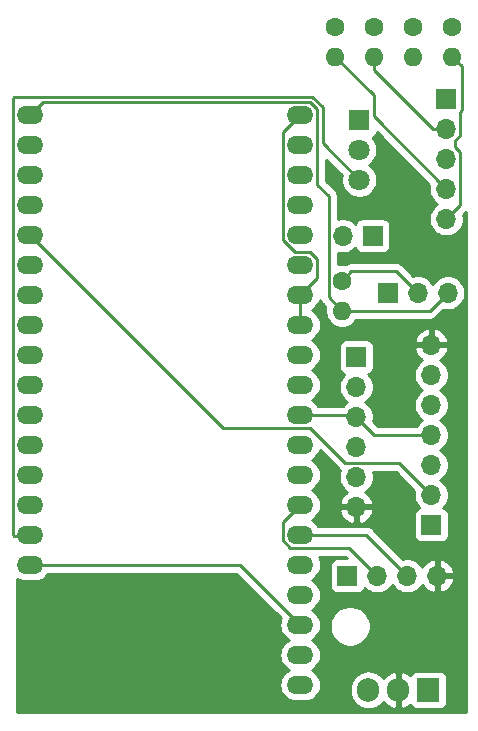
<source format=gbr>
G04 #@! TF.GenerationSoftware,KiCad,Pcbnew,(5.1.8-0-10_14)*
G04 #@! TF.CreationDate,2021-01-25T13:15:20+01:00*
G04 #@! TF.ProjectId,GpsRouteTracker,47707352-6f75-4746-9554-7261636b6572,2.0.0*
G04 #@! TF.SameCoordinates,Original*
G04 #@! TF.FileFunction,Copper,L2,Bot*
G04 #@! TF.FilePolarity,Positive*
%FSLAX46Y46*%
G04 Gerber Fmt 4.6, Leading zero omitted, Abs format (unit mm)*
G04 Created by KiCad (PCBNEW (5.1.8-0-10_14)) date 2021-01-25 13:15:20*
%MOMM*%
%LPD*%
G01*
G04 APERTURE LIST*
G04 #@! TA.AperFunction,ComponentPad*
%ADD10O,1.600000X1.600000*%
G04 #@! TD*
G04 #@! TA.AperFunction,ComponentPad*
%ADD11C,1.600000*%
G04 #@! TD*
G04 #@! TA.AperFunction,ComponentPad*
%ADD12O,2.268000X1.524000*%
G04 #@! TD*
G04 #@! TA.AperFunction,ComponentPad*
%ADD13R,1.700000X1.700000*%
G04 #@! TD*
G04 #@! TA.AperFunction,ComponentPad*
%ADD14O,1.700000X1.700000*%
G04 #@! TD*
G04 #@! TA.AperFunction,ComponentPad*
%ADD15R,1.905000X2.000000*%
G04 #@! TD*
G04 #@! TA.AperFunction,ComponentPad*
%ADD16O,1.905000X2.000000*%
G04 #@! TD*
G04 #@! TA.AperFunction,ComponentPad*
%ADD17C,1.800000*%
G04 #@! TD*
G04 #@! TA.AperFunction,ComponentPad*
%ADD18R,1.800000X1.800000*%
G04 #@! TD*
G04 #@! TA.AperFunction,Conductor*
%ADD19C,0.250000*%
G04 #@! TD*
G04 #@! TA.AperFunction,Conductor*
%ADD20C,0.254000*%
G04 #@! TD*
G04 #@! TA.AperFunction,Conductor*
%ADD21C,0.100000*%
G04 #@! TD*
G04 APERTURE END LIST*
D10*
X145542000Y-66294000D03*
D11*
X145542000Y-63754000D03*
D12*
X113105001Y-71195001D03*
X113105001Y-73735001D03*
X113105001Y-76275001D03*
X113105001Y-78815001D03*
X113105001Y-81355001D03*
X113105001Y-83895001D03*
X113105001Y-86435001D03*
X113105001Y-88975001D03*
X113105001Y-91515001D03*
X113105001Y-94055001D03*
X113105001Y-96595001D03*
X113105001Y-99135001D03*
X113105001Y-101675001D03*
X113105001Y-104215001D03*
X113105001Y-106755001D03*
X113105001Y-109295001D03*
X135965001Y-71195001D03*
X135965001Y-73735001D03*
X135965001Y-76275001D03*
X135965001Y-78815001D03*
X135965001Y-81355001D03*
X135965001Y-83895001D03*
X135965001Y-86435001D03*
X135965001Y-88975001D03*
X135965001Y-91515001D03*
X135965001Y-94055001D03*
X135965001Y-96595001D03*
X135965001Y-99135001D03*
X135965001Y-101675001D03*
X135965001Y-104215001D03*
X135965001Y-106755001D03*
X135965001Y-109295001D03*
X135965001Y-111835001D03*
X135965001Y-114375001D03*
X135965001Y-116915001D03*
X135965001Y-119455001D03*
D11*
X138938000Y-63754000D03*
D10*
X138938000Y-66294000D03*
D13*
X140716000Y-91694000D03*
D14*
X140716000Y-94234000D03*
X140716000Y-96774000D03*
X140716000Y-99314000D03*
X140716000Y-101854000D03*
X140716000Y-104394000D03*
D13*
X147066000Y-105918000D03*
D14*
X147066000Y-103378000D03*
X147066000Y-100838000D03*
X147066000Y-98298000D03*
X147066000Y-95758000D03*
X147066000Y-93218000D03*
X147066000Y-90678000D03*
D11*
X142240000Y-63754000D03*
D10*
X142240000Y-66294000D03*
X139496800Y-87782400D03*
D11*
X139496800Y-85242400D03*
D13*
X143383000Y-86258400D03*
D14*
X145923000Y-86258400D03*
X148463000Y-86258400D03*
D13*
X139954000Y-110236000D03*
D14*
X142494000Y-110236000D03*
X145034000Y-110236000D03*
X147574000Y-110236000D03*
D15*
X146812000Y-119888000D03*
D16*
X144272000Y-119888000D03*
X141732000Y-119888000D03*
D13*
X148336000Y-69850000D03*
D14*
X148336000Y-72390000D03*
X148336000Y-74930000D03*
X148336000Y-77470000D03*
X148336000Y-80010000D03*
D11*
X148844000Y-63754000D03*
D10*
X148844000Y-66294000D03*
D17*
X140970000Y-76708000D03*
X140970000Y-74168000D03*
D18*
X140970000Y-71628000D03*
D13*
X142087600Y-81432400D03*
D14*
X139547600Y-81432400D03*
D19*
X137424011Y-84975991D02*
X135965001Y-86435001D01*
X136787255Y-82807991D02*
X137424011Y-83444747D01*
X137424011Y-83444747D02*
X137424011Y-84975991D01*
X135508727Y-82807991D02*
X136787255Y-82807991D01*
X134505991Y-81805255D02*
X135508727Y-82807991D01*
X135965001Y-71195001D02*
X134505991Y-72654011D01*
X134505991Y-72654011D02*
X134505991Y-81805255D01*
X135965001Y-86435001D02*
X135965001Y-88975001D01*
X130885001Y-109295001D02*
X135965001Y-114375001D01*
X113105001Y-109295001D02*
X130885001Y-109295001D01*
X144107001Y-84442401D02*
X145923000Y-86258400D01*
X140296799Y-84442401D02*
X144107001Y-84442401D01*
X139496800Y-85242400D02*
X140296799Y-84442401D01*
X112976802Y-106883200D02*
X113105001Y-106755001D01*
X111638375Y-105252225D02*
X111639666Y-106788266D01*
X111639666Y-106788266D02*
X111734600Y-106883200D01*
X111645991Y-104665255D02*
X111683800Y-104703064D01*
X111683800Y-105206802D02*
X111638375Y-105252225D01*
X137874020Y-70558346D02*
X136973655Y-69657981D01*
X111683800Y-104703064D02*
X111683800Y-105206802D01*
X140970000Y-76708000D02*
X137874020Y-73612020D01*
X111774219Y-69657981D02*
X111645991Y-69786211D01*
X111734600Y-106883200D02*
X112976802Y-106883200D01*
X137874020Y-73612020D02*
X137874020Y-70558346D01*
X111645991Y-69786211D02*
X111645991Y-104665255D01*
X136973655Y-69657981D02*
X111774219Y-69657981D01*
X141553001Y-106755001D02*
X135965001Y-106755001D01*
X145034000Y-110236000D02*
X141553001Y-106755001D01*
X135142747Y-107842011D02*
X134505991Y-107205255D01*
X134505991Y-105674011D02*
X135965001Y-104215001D01*
X134505991Y-107205255D02*
X134505991Y-105674011D01*
X140100011Y-107842011D02*
X135142747Y-107842011D01*
X142494000Y-110236000D02*
X140100011Y-107842011D01*
X114192011Y-70107991D02*
X113105001Y-71195001D01*
X136787255Y-70107991D02*
X114192011Y-70107991D01*
X137424011Y-70744747D02*
X136787255Y-70107991D01*
X137424011Y-77099011D02*
X137424011Y-70744747D01*
X138371799Y-86657399D02*
X139496800Y-87782400D01*
X138371799Y-78046799D02*
X138371799Y-86657399D01*
X137424011Y-77099011D02*
X138371799Y-78046799D01*
X146939000Y-87782400D02*
X148463000Y-86258400D01*
X139496800Y-87782400D02*
X146939000Y-87782400D01*
X147204630Y-72390000D02*
X148336000Y-72390000D01*
X142240000Y-67425370D02*
X147204630Y-72390000D01*
X142240000Y-66294000D02*
X142240000Y-67425370D01*
X142195001Y-71329001D02*
X148336000Y-77470000D01*
X142195001Y-69551001D02*
X142195001Y-71329001D01*
X138938000Y-66294000D02*
X142195001Y-69551001D01*
X149511001Y-78834999D02*
X148336000Y-80010000D01*
X149511001Y-74365999D02*
X149511001Y-78834999D01*
X149098000Y-73952998D02*
X149511001Y-74365999D01*
X149098000Y-73367002D02*
X149098000Y-73952998D01*
X149511001Y-72954001D02*
X149098000Y-73367002D01*
X149511001Y-70960001D02*
X149511001Y-72954001D01*
X149643999Y-70827003D02*
X149511001Y-70960001D01*
X149643999Y-67093999D02*
X149643999Y-70827003D01*
X148844000Y-66294000D02*
X149643999Y-67093999D01*
X140283001Y-96595001D02*
X140716000Y-97028000D01*
X140537001Y-96595001D02*
X140716000Y-96774000D01*
X135965001Y-96595001D02*
X140537001Y-96595001D01*
X142240000Y-98298000D02*
X140716000Y-96774000D01*
X147066000Y-98298000D02*
X142240000Y-98298000D01*
X129432011Y-97682011D02*
X113105001Y-81355001D01*
X136787255Y-97682011D02*
X129432011Y-97682011D01*
X139784243Y-100678999D02*
X136787255Y-97682011D01*
X144366999Y-100678999D02*
X139784243Y-100678999D01*
X147066000Y-103378000D02*
X144366999Y-100678999D01*
X140970000Y-71628000D02*
X140970000Y-72354998D01*
D20*
X146894790Y-77103592D02*
X146851000Y-77323740D01*
X146851000Y-77616260D01*
X146908068Y-77903158D01*
X147020010Y-78173411D01*
X147182525Y-78416632D01*
X147389368Y-78623475D01*
X147563760Y-78740000D01*
X147389368Y-78856525D01*
X147182525Y-79063368D01*
X147020010Y-79306589D01*
X146908068Y-79576842D01*
X146851000Y-79863740D01*
X146851000Y-80156260D01*
X146908068Y-80443158D01*
X147020010Y-80713411D01*
X147182525Y-80956632D01*
X147389368Y-81163475D01*
X147632589Y-81325990D01*
X147902842Y-81437932D01*
X148189740Y-81495000D01*
X148482260Y-81495000D01*
X148769158Y-81437932D01*
X149039411Y-81325990D01*
X149282632Y-81163475D01*
X149489475Y-80956632D01*
X149651990Y-80713411D01*
X149763932Y-80443158D01*
X149821000Y-80156260D01*
X149821000Y-79863740D01*
X149777210Y-79643592D01*
X149962000Y-79458802D01*
X149962001Y-121768000D01*
X111962246Y-121768000D01*
X111952745Y-110461881D01*
X111953114Y-110462184D01*
X112195806Y-110591905D01*
X112459141Y-110671787D01*
X112664376Y-110692001D01*
X113545626Y-110692001D01*
X113750861Y-110671787D01*
X114014196Y-110591905D01*
X114256888Y-110462184D01*
X114469609Y-110287609D01*
X114644184Y-110074888D01*
X114654814Y-110055001D01*
X130570200Y-110055001D01*
X134315919Y-113800721D01*
X134296097Y-113837806D01*
X134216215Y-114101141D01*
X134189242Y-114375001D01*
X134216215Y-114648861D01*
X134296097Y-114912196D01*
X134425818Y-115154888D01*
X134600393Y-115367609D01*
X134813114Y-115542184D01*
X135005472Y-115645001D01*
X134813114Y-115747818D01*
X134600393Y-115922393D01*
X134425818Y-116135114D01*
X134296097Y-116377806D01*
X134216215Y-116641141D01*
X134189242Y-116915001D01*
X134216215Y-117188861D01*
X134296097Y-117452196D01*
X134425818Y-117694888D01*
X134600393Y-117907609D01*
X134813114Y-118082184D01*
X135005472Y-118185001D01*
X134813114Y-118287818D01*
X134600393Y-118462393D01*
X134425818Y-118675114D01*
X134296097Y-118917806D01*
X134216215Y-119181141D01*
X134189242Y-119455001D01*
X134216215Y-119728861D01*
X134296097Y-119992196D01*
X134425818Y-120234888D01*
X134600393Y-120447609D01*
X134813114Y-120622184D01*
X135055806Y-120751905D01*
X135319141Y-120831787D01*
X135524376Y-120852001D01*
X136405626Y-120852001D01*
X136610861Y-120831787D01*
X136874196Y-120751905D01*
X137116888Y-120622184D01*
X137329609Y-120447609D01*
X137504184Y-120234888D01*
X137633905Y-119992196D01*
X137703578Y-119762514D01*
X140144500Y-119762514D01*
X140144500Y-120013485D01*
X140167470Y-120246703D01*
X140258245Y-120545948D01*
X140405655Y-120821734D01*
X140604037Y-121063463D01*
X140845765Y-121261845D01*
X141121551Y-121409255D01*
X141420796Y-121500030D01*
X141732000Y-121530681D01*
X142043203Y-121500030D01*
X142342448Y-121409255D01*
X142618234Y-121261845D01*
X142859963Y-121063463D01*
X143007163Y-120884101D01*
X143162563Y-121069315D01*
X143405077Y-121263969D01*
X143680906Y-121407571D01*
X143899020Y-121478563D01*
X144145000Y-121358594D01*
X144145000Y-120015000D01*
X144125000Y-120015000D01*
X144125000Y-119761000D01*
X144145000Y-119761000D01*
X144145000Y-118417406D01*
X144399000Y-118417406D01*
X144399000Y-119761000D01*
X144419000Y-119761000D01*
X144419000Y-120015000D01*
X144399000Y-120015000D01*
X144399000Y-121358594D01*
X144644980Y-121478563D01*
X144863094Y-121407571D01*
X145138923Y-121263969D01*
X145279941Y-121150781D01*
X145328963Y-121242494D01*
X145408315Y-121339185D01*
X145505006Y-121418537D01*
X145615320Y-121477502D01*
X145735018Y-121513812D01*
X145859500Y-121526072D01*
X147764500Y-121526072D01*
X147888982Y-121513812D01*
X148008680Y-121477502D01*
X148118994Y-121418537D01*
X148215685Y-121339185D01*
X148295037Y-121242494D01*
X148354002Y-121132180D01*
X148390312Y-121012482D01*
X148402572Y-120888000D01*
X148402572Y-118888000D01*
X148390312Y-118763518D01*
X148354002Y-118643820D01*
X148295037Y-118533506D01*
X148215685Y-118436815D01*
X148118994Y-118357463D01*
X148008680Y-118298498D01*
X147888982Y-118262188D01*
X147764500Y-118249928D01*
X145859500Y-118249928D01*
X145735018Y-118262188D01*
X145615320Y-118298498D01*
X145505006Y-118357463D01*
X145408315Y-118436815D01*
X145328963Y-118533506D01*
X145279941Y-118625219D01*
X145138923Y-118512031D01*
X144863094Y-118368429D01*
X144644980Y-118297437D01*
X144399000Y-118417406D01*
X144145000Y-118417406D01*
X143899020Y-118297437D01*
X143680906Y-118368429D01*
X143405077Y-118512031D01*
X143162563Y-118706685D01*
X143007162Y-118891900D01*
X142859963Y-118712537D01*
X142618235Y-118514155D01*
X142342449Y-118366745D01*
X142043204Y-118275970D01*
X141732000Y-118245319D01*
X141420797Y-118275970D01*
X141121552Y-118366745D01*
X140845766Y-118514155D01*
X140604037Y-118712537D01*
X140405655Y-118954265D01*
X140258245Y-119230051D01*
X140167470Y-119529296D01*
X140144500Y-119762514D01*
X137703578Y-119762514D01*
X137713787Y-119728861D01*
X137740760Y-119455001D01*
X137713787Y-119181141D01*
X137633905Y-118917806D01*
X137504184Y-118675114D01*
X137329609Y-118462393D01*
X137116888Y-118287818D01*
X136924530Y-118185001D01*
X137116888Y-118082184D01*
X137329609Y-117907609D01*
X137504184Y-117694888D01*
X137633905Y-117452196D01*
X137713787Y-117188861D01*
X137740760Y-116915001D01*
X137713787Y-116641141D01*
X137633905Y-116377806D01*
X137504184Y-116135114D01*
X137329609Y-115922393D01*
X137116888Y-115747818D01*
X136924530Y-115645001D01*
X137116888Y-115542184D01*
X137329609Y-115367609D01*
X137504184Y-115154888D01*
X137633905Y-114912196D01*
X137713787Y-114648861D01*
X137740760Y-114375001D01*
X137736556Y-114332317D01*
X138447600Y-114332317D01*
X138447600Y-114674083D01*
X138514275Y-115009281D01*
X138645063Y-115325031D01*
X138834937Y-115609198D01*
X139076602Y-115850863D01*
X139360769Y-116040737D01*
X139676519Y-116171525D01*
X140011717Y-116238200D01*
X140353483Y-116238200D01*
X140688681Y-116171525D01*
X141004431Y-116040737D01*
X141288598Y-115850863D01*
X141530263Y-115609198D01*
X141720137Y-115325031D01*
X141850925Y-115009281D01*
X141917600Y-114674083D01*
X141917600Y-114332317D01*
X141850925Y-113997119D01*
X141720137Y-113681369D01*
X141530263Y-113397202D01*
X141288598Y-113155537D01*
X141004431Y-112965663D01*
X140688681Y-112834875D01*
X140353483Y-112768200D01*
X140011717Y-112768200D01*
X139676519Y-112834875D01*
X139360769Y-112965663D01*
X139076602Y-113155537D01*
X138834937Y-113397202D01*
X138645063Y-113681369D01*
X138514275Y-113997119D01*
X138447600Y-114332317D01*
X137736556Y-114332317D01*
X137713787Y-114101141D01*
X137633905Y-113837806D01*
X137504184Y-113595114D01*
X137329609Y-113382393D01*
X137116888Y-113207818D01*
X136924530Y-113105001D01*
X137116888Y-113002184D01*
X137329609Y-112827609D01*
X137504184Y-112614888D01*
X137633905Y-112372196D01*
X137713787Y-112108861D01*
X137740760Y-111835001D01*
X137713787Y-111561141D01*
X137633905Y-111297806D01*
X137504184Y-111055114D01*
X137329609Y-110842393D01*
X137116888Y-110667818D01*
X136924530Y-110565001D01*
X137116888Y-110462184D01*
X137329609Y-110287609D01*
X137504184Y-110074888D01*
X137633905Y-109832196D01*
X137713787Y-109568861D01*
X137740760Y-109295001D01*
X137713787Y-109021141D01*
X137633905Y-108757806D01*
X137550631Y-108602011D01*
X139785210Y-108602011D01*
X139931127Y-108747928D01*
X139104000Y-108747928D01*
X138979518Y-108760188D01*
X138859820Y-108796498D01*
X138749506Y-108855463D01*
X138652815Y-108934815D01*
X138573463Y-109031506D01*
X138514498Y-109141820D01*
X138478188Y-109261518D01*
X138465928Y-109386000D01*
X138465928Y-111086000D01*
X138478188Y-111210482D01*
X138514498Y-111330180D01*
X138573463Y-111440494D01*
X138652815Y-111537185D01*
X138749506Y-111616537D01*
X138859820Y-111675502D01*
X138979518Y-111711812D01*
X139104000Y-111724072D01*
X140804000Y-111724072D01*
X140928482Y-111711812D01*
X141048180Y-111675502D01*
X141158494Y-111616537D01*
X141255185Y-111537185D01*
X141334537Y-111440494D01*
X141393502Y-111330180D01*
X141415513Y-111257620D01*
X141547368Y-111389475D01*
X141790589Y-111551990D01*
X142060842Y-111663932D01*
X142347740Y-111721000D01*
X142640260Y-111721000D01*
X142927158Y-111663932D01*
X143197411Y-111551990D01*
X143440632Y-111389475D01*
X143647475Y-111182632D01*
X143764000Y-111008240D01*
X143880525Y-111182632D01*
X144087368Y-111389475D01*
X144330589Y-111551990D01*
X144600842Y-111663932D01*
X144887740Y-111721000D01*
X145180260Y-111721000D01*
X145467158Y-111663932D01*
X145737411Y-111551990D01*
X145980632Y-111389475D01*
X146187475Y-111182632D01*
X146309195Y-111000466D01*
X146378822Y-111117355D01*
X146573731Y-111333588D01*
X146807080Y-111507641D01*
X147069901Y-111632825D01*
X147217110Y-111677476D01*
X147447000Y-111556155D01*
X147447000Y-110363000D01*
X147701000Y-110363000D01*
X147701000Y-111556155D01*
X147930890Y-111677476D01*
X148078099Y-111632825D01*
X148340920Y-111507641D01*
X148574269Y-111333588D01*
X148769178Y-111117355D01*
X148918157Y-110867252D01*
X149015481Y-110592891D01*
X148894814Y-110363000D01*
X147701000Y-110363000D01*
X147447000Y-110363000D01*
X147427000Y-110363000D01*
X147427000Y-110109000D01*
X147447000Y-110109000D01*
X147447000Y-108915845D01*
X147701000Y-108915845D01*
X147701000Y-110109000D01*
X148894814Y-110109000D01*
X149015481Y-109879109D01*
X148918157Y-109604748D01*
X148769178Y-109354645D01*
X148574269Y-109138412D01*
X148340920Y-108964359D01*
X148078099Y-108839175D01*
X147930890Y-108794524D01*
X147701000Y-108915845D01*
X147447000Y-108915845D01*
X147217110Y-108794524D01*
X147069901Y-108839175D01*
X146807080Y-108964359D01*
X146573731Y-109138412D01*
X146378822Y-109354645D01*
X146309195Y-109471534D01*
X146187475Y-109289368D01*
X145980632Y-109082525D01*
X145737411Y-108920010D01*
X145467158Y-108808068D01*
X145180260Y-108751000D01*
X144887740Y-108751000D01*
X144667592Y-108794790D01*
X142116805Y-106244004D01*
X142093002Y-106215000D01*
X141977277Y-106120027D01*
X141845248Y-106049455D01*
X141701987Y-106005998D01*
X141590334Y-105995001D01*
X141590323Y-105995001D01*
X141553001Y-105991325D01*
X141515679Y-105995001D01*
X137514814Y-105995001D01*
X137504184Y-105975114D01*
X137329609Y-105762393D01*
X137116888Y-105587818D01*
X136924530Y-105485001D01*
X137116888Y-105382184D01*
X137329609Y-105207609D01*
X137504184Y-104994888D01*
X137633905Y-104752196D01*
X137634301Y-104750890D01*
X139274524Y-104750890D01*
X139319175Y-104898099D01*
X139444359Y-105160920D01*
X139618412Y-105394269D01*
X139834645Y-105589178D01*
X140084748Y-105738157D01*
X140359109Y-105835481D01*
X140589000Y-105714814D01*
X140589000Y-104521000D01*
X140843000Y-104521000D01*
X140843000Y-105714814D01*
X141072891Y-105835481D01*
X141347252Y-105738157D01*
X141597355Y-105589178D01*
X141813588Y-105394269D01*
X141987641Y-105160920D01*
X142112825Y-104898099D01*
X142157476Y-104750890D01*
X142036155Y-104521000D01*
X140843000Y-104521000D01*
X140589000Y-104521000D01*
X139395845Y-104521000D01*
X139274524Y-104750890D01*
X137634301Y-104750890D01*
X137713787Y-104488861D01*
X137740760Y-104215001D01*
X137713787Y-103941141D01*
X137633905Y-103677806D01*
X137504184Y-103435114D01*
X137329609Y-103222393D01*
X137116888Y-103047818D01*
X136924530Y-102945001D01*
X137116888Y-102842184D01*
X137329609Y-102667609D01*
X137504184Y-102454888D01*
X137633905Y-102212196D01*
X137713787Y-101948861D01*
X137740760Y-101675001D01*
X137713787Y-101401141D01*
X137633905Y-101137806D01*
X137504184Y-100895114D01*
X137329609Y-100682393D01*
X137116888Y-100507818D01*
X136924530Y-100405001D01*
X137116888Y-100302184D01*
X137329609Y-100127609D01*
X137504184Y-99914888D01*
X137633905Y-99672196D01*
X137649902Y-99619460D01*
X139220443Y-101190001D01*
X139244242Y-101219000D01*
X139273240Y-101242798D01*
X139339344Y-101297049D01*
X139288068Y-101420842D01*
X139231000Y-101707740D01*
X139231000Y-102000260D01*
X139288068Y-102287158D01*
X139400010Y-102557411D01*
X139562525Y-102800632D01*
X139769368Y-103007475D01*
X139951534Y-103129195D01*
X139834645Y-103198822D01*
X139618412Y-103393731D01*
X139444359Y-103627080D01*
X139319175Y-103889901D01*
X139274524Y-104037110D01*
X139395845Y-104267000D01*
X140589000Y-104267000D01*
X140589000Y-104247000D01*
X140843000Y-104247000D01*
X140843000Y-104267000D01*
X142036155Y-104267000D01*
X142157476Y-104037110D01*
X142112825Y-103889901D01*
X141987641Y-103627080D01*
X141813588Y-103393731D01*
X141597355Y-103198822D01*
X141480466Y-103129195D01*
X141662632Y-103007475D01*
X141869475Y-102800632D01*
X142031990Y-102557411D01*
X142143932Y-102287158D01*
X142201000Y-102000260D01*
X142201000Y-101707740D01*
X142147544Y-101438999D01*
X144052198Y-101438999D01*
X145624790Y-103011592D01*
X145581000Y-103231740D01*
X145581000Y-103524260D01*
X145638068Y-103811158D01*
X145750010Y-104081411D01*
X145912525Y-104324632D01*
X146044380Y-104456487D01*
X145971820Y-104478498D01*
X145861506Y-104537463D01*
X145764815Y-104616815D01*
X145685463Y-104713506D01*
X145626498Y-104823820D01*
X145590188Y-104943518D01*
X145577928Y-105068000D01*
X145577928Y-106768000D01*
X145590188Y-106892482D01*
X145626498Y-107012180D01*
X145685463Y-107122494D01*
X145764815Y-107219185D01*
X145861506Y-107298537D01*
X145971820Y-107357502D01*
X146091518Y-107393812D01*
X146216000Y-107406072D01*
X147916000Y-107406072D01*
X148040482Y-107393812D01*
X148160180Y-107357502D01*
X148270494Y-107298537D01*
X148367185Y-107219185D01*
X148446537Y-107122494D01*
X148505502Y-107012180D01*
X148541812Y-106892482D01*
X148554072Y-106768000D01*
X148554072Y-105068000D01*
X148541812Y-104943518D01*
X148505502Y-104823820D01*
X148446537Y-104713506D01*
X148367185Y-104616815D01*
X148270494Y-104537463D01*
X148160180Y-104478498D01*
X148087620Y-104456487D01*
X148219475Y-104324632D01*
X148381990Y-104081411D01*
X148493932Y-103811158D01*
X148551000Y-103524260D01*
X148551000Y-103231740D01*
X148493932Y-102944842D01*
X148381990Y-102674589D01*
X148219475Y-102431368D01*
X148012632Y-102224525D01*
X147838240Y-102108000D01*
X148012632Y-101991475D01*
X148219475Y-101784632D01*
X148381990Y-101541411D01*
X148493932Y-101271158D01*
X148551000Y-100984260D01*
X148551000Y-100691740D01*
X148493932Y-100404842D01*
X148381990Y-100134589D01*
X148219475Y-99891368D01*
X148012632Y-99684525D01*
X147838240Y-99568000D01*
X148012632Y-99451475D01*
X148219475Y-99244632D01*
X148381990Y-99001411D01*
X148493932Y-98731158D01*
X148551000Y-98444260D01*
X148551000Y-98151740D01*
X148493932Y-97864842D01*
X148381990Y-97594589D01*
X148219475Y-97351368D01*
X148012632Y-97144525D01*
X147838240Y-97028000D01*
X148012632Y-96911475D01*
X148219475Y-96704632D01*
X148381990Y-96461411D01*
X148493932Y-96191158D01*
X148551000Y-95904260D01*
X148551000Y-95611740D01*
X148493932Y-95324842D01*
X148381990Y-95054589D01*
X148219475Y-94811368D01*
X148012632Y-94604525D01*
X147838240Y-94488000D01*
X148012632Y-94371475D01*
X148219475Y-94164632D01*
X148381990Y-93921411D01*
X148493932Y-93651158D01*
X148551000Y-93364260D01*
X148551000Y-93071740D01*
X148493932Y-92784842D01*
X148381990Y-92514589D01*
X148219475Y-92271368D01*
X148012632Y-92064525D01*
X147830466Y-91942805D01*
X147947355Y-91873178D01*
X148163588Y-91678269D01*
X148337641Y-91444920D01*
X148462825Y-91182099D01*
X148507476Y-91034890D01*
X148386155Y-90805000D01*
X147193000Y-90805000D01*
X147193000Y-90825000D01*
X146939000Y-90825000D01*
X146939000Y-90805000D01*
X145745845Y-90805000D01*
X145624524Y-91034890D01*
X145669175Y-91182099D01*
X145794359Y-91444920D01*
X145968412Y-91678269D01*
X146184645Y-91873178D01*
X146301534Y-91942805D01*
X146119368Y-92064525D01*
X145912525Y-92271368D01*
X145750010Y-92514589D01*
X145638068Y-92784842D01*
X145581000Y-93071740D01*
X145581000Y-93364260D01*
X145638068Y-93651158D01*
X145750010Y-93921411D01*
X145912525Y-94164632D01*
X146119368Y-94371475D01*
X146293760Y-94488000D01*
X146119368Y-94604525D01*
X145912525Y-94811368D01*
X145750010Y-95054589D01*
X145638068Y-95324842D01*
X145581000Y-95611740D01*
X145581000Y-95904260D01*
X145638068Y-96191158D01*
X145750010Y-96461411D01*
X145912525Y-96704632D01*
X146119368Y-96911475D01*
X146293760Y-97028000D01*
X146119368Y-97144525D01*
X145912525Y-97351368D01*
X145787822Y-97538000D01*
X142554803Y-97538000D01*
X142157210Y-97140407D01*
X142201000Y-96920260D01*
X142201000Y-96627740D01*
X142143932Y-96340842D01*
X142031990Y-96070589D01*
X141869475Y-95827368D01*
X141662632Y-95620525D01*
X141488240Y-95504000D01*
X141662632Y-95387475D01*
X141869475Y-95180632D01*
X142031990Y-94937411D01*
X142143932Y-94667158D01*
X142201000Y-94380260D01*
X142201000Y-94087740D01*
X142143932Y-93800842D01*
X142031990Y-93530589D01*
X141869475Y-93287368D01*
X141737620Y-93155513D01*
X141810180Y-93133502D01*
X141920494Y-93074537D01*
X142017185Y-92995185D01*
X142096537Y-92898494D01*
X142155502Y-92788180D01*
X142191812Y-92668482D01*
X142204072Y-92544000D01*
X142204072Y-90844000D01*
X142191812Y-90719518D01*
X142155502Y-90599820D01*
X142096537Y-90489506D01*
X142017185Y-90392815D01*
X141929812Y-90321110D01*
X145624524Y-90321110D01*
X145745845Y-90551000D01*
X146939000Y-90551000D01*
X146939000Y-89357186D01*
X147193000Y-89357186D01*
X147193000Y-90551000D01*
X148386155Y-90551000D01*
X148507476Y-90321110D01*
X148462825Y-90173901D01*
X148337641Y-89911080D01*
X148163588Y-89677731D01*
X147947355Y-89482822D01*
X147697252Y-89333843D01*
X147422891Y-89236519D01*
X147193000Y-89357186D01*
X146939000Y-89357186D01*
X146709109Y-89236519D01*
X146434748Y-89333843D01*
X146184645Y-89482822D01*
X145968412Y-89677731D01*
X145794359Y-89911080D01*
X145669175Y-90173901D01*
X145624524Y-90321110D01*
X141929812Y-90321110D01*
X141920494Y-90313463D01*
X141810180Y-90254498D01*
X141690482Y-90218188D01*
X141566000Y-90205928D01*
X139866000Y-90205928D01*
X139741518Y-90218188D01*
X139621820Y-90254498D01*
X139511506Y-90313463D01*
X139414815Y-90392815D01*
X139335463Y-90489506D01*
X139276498Y-90599820D01*
X139240188Y-90719518D01*
X139227928Y-90844000D01*
X139227928Y-92544000D01*
X139240188Y-92668482D01*
X139276498Y-92788180D01*
X139335463Y-92898494D01*
X139414815Y-92995185D01*
X139511506Y-93074537D01*
X139621820Y-93133502D01*
X139694380Y-93155513D01*
X139562525Y-93287368D01*
X139400010Y-93530589D01*
X139288068Y-93800842D01*
X139231000Y-94087740D01*
X139231000Y-94380260D01*
X139288068Y-94667158D01*
X139400010Y-94937411D01*
X139562525Y-95180632D01*
X139769368Y-95387475D01*
X139943760Y-95504000D01*
X139769368Y-95620525D01*
X139562525Y-95827368D01*
X139557425Y-95835001D01*
X137514814Y-95835001D01*
X137504184Y-95815114D01*
X137329609Y-95602393D01*
X137116888Y-95427818D01*
X136924530Y-95325001D01*
X137116888Y-95222184D01*
X137329609Y-95047609D01*
X137504184Y-94834888D01*
X137633905Y-94592196D01*
X137713787Y-94328861D01*
X137740760Y-94055001D01*
X137713787Y-93781141D01*
X137633905Y-93517806D01*
X137504184Y-93275114D01*
X137329609Y-93062393D01*
X137116888Y-92887818D01*
X136924530Y-92785001D01*
X137116888Y-92682184D01*
X137329609Y-92507609D01*
X137504184Y-92294888D01*
X137633905Y-92052196D01*
X137713787Y-91788861D01*
X137740760Y-91515001D01*
X137713787Y-91241141D01*
X137633905Y-90977806D01*
X137504184Y-90735114D01*
X137329609Y-90522393D01*
X137116888Y-90347818D01*
X136924530Y-90245001D01*
X137116888Y-90142184D01*
X137329609Y-89967609D01*
X137504184Y-89754888D01*
X137633905Y-89512196D01*
X137713787Y-89248861D01*
X137740760Y-88975001D01*
X137713787Y-88701141D01*
X137633905Y-88437806D01*
X137504184Y-88195114D01*
X137329609Y-87982393D01*
X137116888Y-87807818D01*
X136924530Y-87705001D01*
X137116888Y-87602184D01*
X137329609Y-87427609D01*
X137504184Y-87214888D01*
X137633905Y-86972196D01*
X137653500Y-86907601D01*
X137666253Y-86949645D01*
X137736825Y-87081675D01*
X137785141Y-87140547D01*
X137831799Y-87197400D01*
X137860797Y-87221198D01*
X138098112Y-87458513D01*
X138061800Y-87641065D01*
X138061800Y-87923735D01*
X138116947Y-88200974D01*
X138225120Y-88462127D01*
X138382163Y-88697159D01*
X138582041Y-88897037D01*
X138817073Y-89054080D01*
X139078226Y-89162253D01*
X139355465Y-89217400D01*
X139638135Y-89217400D01*
X139915374Y-89162253D01*
X140176527Y-89054080D01*
X140411559Y-88897037D01*
X140611437Y-88697159D01*
X140714843Y-88542400D01*
X146901678Y-88542400D01*
X146939000Y-88546076D01*
X146976322Y-88542400D01*
X146976333Y-88542400D01*
X147087986Y-88531403D01*
X147231247Y-88487946D01*
X147363276Y-88417374D01*
X147479001Y-88322401D01*
X147502803Y-88293398D01*
X148096592Y-87699610D01*
X148316740Y-87743400D01*
X148609260Y-87743400D01*
X148896158Y-87686332D01*
X149166411Y-87574390D01*
X149409632Y-87411875D01*
X149616475Y-87205032D01*
X149778990Y-86961811D01*
X149890932Y-86691558D01*
X149948000Y-86404660D01*
X149948000Y-86112140D01*
X149890932Y-85825242D01*
X149778990Y-85554989D01*
X149616475Y-85311768D01*
X149409632Y-85104925D01*
X149166411Y-84942410D01*
X148896158Y-84830468D01*
X148609260Y-84773400D01*
X148316740Y-84773400D01*
X148029842Y-84830468D01*
X147759589Y-84942410D01*
X147516368Y-85104925D01*
X147309525Y-85311768D01*
X147193000Y-85486160D01*
X147076475Y-85311768D01*
X146869632Y-85104925D01*
X146626411Y-84942410D01*
X146356158Y-84830468D01*
X146069260Y-84773400D01*
X145776740Y-84773400D01*
X145556592Y-84817190D01*
X144670804Y-83931403D01*
X144647002Y-83902400D01*
X144531277Y-83807427D01*
X144399248Y-83736855D01*
X144255987Y-83693398D01*
X144144334Y-83682401D01*
X144144323Y-83682401D01*
X144107001Y-83678725D01*
X144069679Y-83682401D01*
X140334121Y-83682401D01*
X140296798Y-83678725D01*
X140259475Y-83682401D01*
X140259466Y-83682401D01*
X140147813Y-83693398D01*
X140004552Y-83736855D01*
X139872523Y-83807427D01*
X139872521Y-83807428D01*
X139872522Y-83807428D01*
X139826822Y-83844933D01*
X139638135Y-83807400D01*
X139355465Y-83807400D01*
X139131799Y-83851891D01*
X139131799Y-82863785D01*
X139401340Y-82917400D01*
X139693860Y-82917400D01*
X139980758Y-82860332D01*
X140251011Y-82748390D01*
X140494232Y-82585875D01*
X140626087Y-82454020D01*
X140648098Y-82526580D01*
X140707063Y-82636894D01*
X140786415Y-82733585D01*
X140883106Y-82812937D01*
X140993420Y-82871902D01*
X141113118Y-82908212D01*
X141237600Y-82920472D01*
X142937600Y-82920472D01*
X143062082Y-82908212D01*
X143181780Y-82871902D01*
X143292094Y-82812937D01*
X143388785Y-82733585D01*
X143468137Y-82636894D01*
X143527102Y-82526580D01*
X143563412Y-82406882D01*
X143575672Y-82282400D01*
X143575672Y-80582400D01*
X143563412Y-80457918D01*
X143527102Y-80338220D01*
X143468137Y-80227906D01*
X143388785Y-80131215D01*
X143292094Y-80051863D01*
X143181780Y-79992898D01*
X143062082Y-79956588D01*
X142937600Y-79944328D01*
X141237600Y-79944328D01*
X141113118Y-79956588D01*
X140993420Y-79992898D01*
X140883106Y-80051863D01*
X140786415Y-80131215D01*
X140707063Y-80227906D01*
X140648098Y-80338220D01*
X140626087Y-80410780D01*
X140494232Y-80278925D01*
X140251011Y-80116410D01*
X139980758Y-80004468D01*
X139693860Y-79947400D01*
X139401340Y-79947400D01*
X139131799Y-80001015D01*
X139131799Y-78084124D01*
X139135475Y-78046799D01*
X139131799Y-78009474D01*
X139131799Y-78009466D01*
X139120802Y-77897813D01*
X139077345Y-77754552D01*
X139006773Y-77622523D01*
X138911800Y-77506798D01*
X138882803Y-77483001D01*
X138184011Y-76784210D01*
X138184011Y-74996812D01*
X139486269Y-76299070D01*
X139435000Y-76556816D01*
X139435000Y-76859184D01*
X139493989Y-77155743D01*
X139609701Y-77435095D01*
X139777688Y-77686505D01*
X139991495Y-77900312D01*
X140242905Y-78068299D01*
X140522257Y-78184011D01*
X140818816Y-78243000D01*
X141121184Y-78243000D01*
X141417743Y-78184011D01*
X141697095Y-78068299D01*
X141948505Y-77900312D01*
X142162312Y-77686505D01*
X142330299Y-77435095D01*
X142446011Y-77155743D01*
X142505000Y-76859184D01*
X142505000Y-76556816D01*
X142446011Y-76260257D01*
X142330299Y-75980905D01*
X142162312Y-75729495D01*
X141948505Y-75515688D01*
X141832237Y-75438000D01*
X141948505Y-75360312D01*
X142162312Y-75146505D01*
X142330299Y-74895095D01*
X142446011Y-74615743D01*
X142505000Y-74319184D01*
X142505000Y-74016816D01*
X142446011Y-73720257D01*
X142330299Y-73440905D01*
X142162312Y-73189495D01*
X142095873Y-73123056D01*
X142114180Y-73117502D01*
X142224494Y-73058537D01*
X142321185Y-72979185D01*
X142400537Y-72882494D01*
X142459502Y-72772180D01*
X142483679Y-72692480D01*
X146894790Y-77103592D01*
G04 #@! TA.AperFunction,Conductor*
D21*
G36*
X146894790Y-77103592D02*
G01*
X146851000Y-77323740D01*
X146851000Y-77616260D01*
X146908068Y-77903158D01*
X147020010Y-78173411D01*
X147182525Y-78416632D01*
X147389368Y-78623475D01*
X147563760Y-78740000D01*
X147389368Y-78856525D01*
X147182525Y-79063368D01*
X147020010Y-79306589D01*
X146908068Y-79576842D01*
X146851000Y-79863740D01*
X146851000Y-80156260D01*
X146908068Y-80443158D01*
X147020010Y-80713411D01*
X147182525Y-80956632D01*
X147389368Y-81163475D01*
X147632589Y-81325990D01*
X147902842Y-81437932D01*
X148189740Y-81495000D01*
X148482260Y-81495000D01*
X148769158Y-81437932D01*
X149039411Y-81325990D01*
X149282632Y-81163475D01*
X149489475Y-80956632D01*
X149651990Y-80713411D01*
X149763932Y-80443158D01*
X149821000Y-80156260D01*
X149821000Y-79863740D01*
X149777210Y-79643592D01*
X149962000Y-79458802D01*
X149962001Y-121768000D01*
X111962246Y-121768000D01*
X111952745Y-110461881D01*
X111953114Y-110462184D01*
X112195806Y-110591905D01*
X112459141Y-110671787D01*
X112664376Y-110692001D01*
X113545626Y-110692001D01*
X113750861Y-110671787D01*
X114014196Y-110591905D01*
X114256888Y-110462184D01*
X114469609Y-110287609D01*
X114644184Y-110074888D01*
X114654814Y-110055001D01*
X130570200Y-110055001D01*
X134315919Y-113800721D01*
X134296097Y-113837806D01*
X134216215Y-114101141D01*
X134189242Y-114375001D01*
X134216215Y-114648861D01*
X134296097Y-114912196D01*
X134425818Y-115154888D01*
X134600393Y-115367609D01*
X134813114Y-115542184D01*
X135005472Y-115645001D01*
X134813114Y-115747818D01*
X134600393Y-115922393D01*
X134425818Y-116135114D01*
X134296097Y-116377806D01*
X134216215Y-116641141D01*
X134189242Y-116915001D01*
X134216215Y-117188861D01*
X134296097Y-117452196D01*
X134425818Y-117694888D01*
X134600393Y-117907609D01*
X134813114Y-118082184D01*
X135005472Y-118185001D01*
X134813114Y-118287818D01*
X134600393Y-118462393D01*
X134425818Y-118675114D01*
X134296097Y-118917806D01*
X134216215Y-119181141D01*
X134189242Y-119455001D01*
X134216215Y-119728861D01*
X134296097Y-119992196D01*
X134425818Y-120234888D01*
X134600393Y-120447609D01*
X134813114Y-120622184D01*
X135055806Y-120751905D01*
X135319141Y-120831787D01*
X135524376Y-120852001D01*
X136405626Y-120852001D01*
X136610861Y-120831787D01*
X136874196Y-120751905D01*
X137116888Y-120622184D01*
X137329609Y-120447609D01*
X137504184Y-120234888D01*
X137633905Y-119992196D01*
X137703578Y-119762514D01*
X140144500Y-119762514D01*
X140144500Y-120013485D01*
X140167470Y-120246703D01*
X140258245Y-120545948D01*
X140405655Y-120821734D01*
X140604037Y-121063463D01*
X140845765Y-121261845D01*
X141121551Y-121409255D01*
X141420796Y-121500030D01*
X141732000Y-121530681D01*
X142043203Y-121500030D01*
X142342448Y-121409255D01*
X142618234Y-121261845D01*
X142859963Y-121063463D01*
X143007163Y-120884101D01*
X143162563Y-121069315D01*
X143405077Y-121263969D01*
X143680906Y-121407571D01*
X143899020Y-121478563D01*
X144145000Y-121358594D01*
X144145000Y-120015000D01*
X144125000Y-120015000D01*
X144125000Y-119761000D01*
X144145000Y-119761000D01*
X144145000Y-118417406D01*
X144399000Y-118417406D01*
X144399000Y-119761000D01*
X144419000Y-119761000D01*
X144419000Y-120015000D01*
X144399000Y-120015000D01*
X144399000Y-121358594D01*
X144644980Y-121478563D01*
X144863094Y-121407571D01*
X145138923Y-121263969D01*
X145279941Y-121150781D01*
X145328963Y-121242494D01*
X145408315Y-121339185D01*
X145505006Y-121418537D01*
X145615320Y-121477502D01*
X145735018Y-121513812D01*
X145859500Y-121526072D01*
X147764500Y-121526072D01*
X147888982Y-121513812D01*
X148008680Y-121477502D01*
X148118994Y-121418537D01*
X148215685Y-121339185D01*
X148295037Y-121242494D01*
X148354002Y-121132180D01*
X148390312Y-121012482D01*
X148402572Y-120888000D01*
X148402572Y-118888000D01*
X148390312Y-118763518D01*
X148354002Y-118643820D01*
X148295037Y-118533506D01*
X148215685Y-118436815D01*
X148118994Y-118357463D01*
X148008680Y-118298498D01*
X147888982Y-118262188D01*
X147764500Y-118249928D01*
X145859500Y-118249928D01*
X145735018Y-118262188D01*
X145615320Y-118298498D01*
X145505006Y-118357463D01*
X145408315Y-118436815D01*
X145328963Y-118533506D01*
X145279941Y-118625219D01*
X145138923Y-118512031D01*
X144863094Y-118368429D01*
X144644980Y-118297437D01*
X144399000Y-118417406D01*
X144145000Y-118417406D01*
X143899020Y-118297437D01*
X143680906Y-118368429D01*
X143405077Y-118512031D01*
X143162563Y-118706685D01*
X143007162Y-118891900D01*
X142859963Y-118712537D01*
X142618235Y-118514155D01*
X142342449Y-118366745D01*
X142043204Y-118275970D01*
X141732000Y-118245319D01*
X141420797Y-118275970D01*
X141121552Y-118366745D01*
X140845766Y-118514155D01*
X140604037Y-118712537D01*
X140405655Y-118954265D01*
X140258245Y-119230051D01*
X140167470Y-119529296D01*
X140144500Y-119762514D01*
X137703578Y-119762514D01*
X137713787Y-119728861D01*
X137740760Y-119455001D01*
X137713787Y-119181141D01*
X137633905Y-118917806D01*
X137504184Y-118675114D01*
X137329609Y-118462393D01*
X137116888Y-118287818D01*
X136924530Y-118185001D01*
X137116888Y-118082184D01*
X137329609Y-117907609D01*
X137504184Y-117694888D01*
X137633905Y-117452196D01*
X137713787Y-117188861D01*
X137740760Y-116915001D01*
X137713787Y-116641141D01*
X137633905Y-116377806D01*
X137504184Y-116135114D01*
X137329609Y-115922393D01*
X137116888Y-115747818D01*
X136924530Y-115645001D01*
X137116888Y-115542184D01*
X137329609Y-115367609D01*
X137504184Y-115154888D01*
X137633905Y-114912196D01*
X137713787Y-114648861D01*
X137740760Y-114375001D01*
X137736556Y-114332317D01*
X138447600Y-114332317D01*
X138447600Y-114674083D01*
X138514275Y-115009281D01*
X138645063Y-115325031D01*
X138834937Y-115609198D01*
X139076602Y-115850863D01*
X139360769Y-116040737D01*
X139676519Y-116171525D01*
X140011717Y-116238200D01*
X140353483Y-116238200D01*
X140688681Y-116171525D01*
X141004431Y-116040737D01*
X141288598Y-115850863D01*
X141530263Y-115609198D01*
X141720137Y-115325031D01*
X141850925Y-115009281D01*
X141917600Y-114674083D01*
X141917600Y-114332317D01*
X141850925Y-113997119D01*
X141720137Y-113681369D01*
X141530263Y-113397202D01*
X141288598Y-113155537D01*
X141004431Y-112965663D01*
X140688681Y-112834875D01*
X140353483Y-112768200D01*
X140011717Y-112768200D01*
X139676519Y-112834875D01*
X139360769Y-112965663D01*
X139076602Y-113155537D01*
X138834937Y-113397202D01*
X138645063Y-113681369D01*
X138514275Y-113997119D01*
X138447600Y-114332317D01*
X137736556Y-114332317D01*
X137713787Y-114101141D01*
X137633905Y-113837806D01*
X137504184Y-113595114D01*
X137329609Y-113382393D01*
X137116888Y-113207818D01*
X136924530Y-113105001D01*
X137116888Y-113002184D01*
X137329609Y-112827609D01*
X137504184Y-112614888D01*
X137633905Y-112372196D01*
X137713787Y-112108861D01*
X137740760Y-111835001D01*
X137713787Y-111561141D01*
X137633905Y-111297806D01*
X137504184Y-111055114D01*
X137329609Y-110842393D01*
X137116888Y-110667818D01*
X136924530Y-110565001D01*
X137116888Y-110462184D01*
X137329609Y-110287609D01*
X137504184Y-110074888D01*
X137633905Y-109832196D01*
X137713787Y-109568861D01*
X137740760Y-109295001D01*
X137713787Y-109021141D01*
X137633905Y-108757806D01*
X137550631Y-108602011D01*
X139785210Y-108602011D01*
X139931127Y-108747928D01*
X139104000Y-108747928D01*
X138979518Y-108760188D01*
X138859820Y-108796498D01*
X138749506Y-108855463D01*
X138652815Y-108934815D01*
X138573463Y-109031506D01*
X138514498Y-109141820D01*
X138478188Y-109261518D01*
X138465928Y-109386000D01*
X138465928Y-111086000D01*
X138478188Y-111210482D01*
X138514498Y-111330180D01*
X138573463Y-111440494D01*
X138652815Y-111537185D01*
X138749506Y-111616537D01*
X138859820Y-111675502D01*
X138979518Y-111711812D01*
X139104000Y-111724072D01*
X140804000Y-111724072D01*
X140928482Y-111711812D01*
X141048180Y-111675502D01*
X141158494Y-111616537D01*
X141255185Y-111537185D01*
X141334537Y-111440494D01*
X141393502Y-111330180D01*
X141415513Y-111257620D01*
X141547368Y-111389475D01*
X141790589Y-111551990D01*
X142060842Y-111663932D01*
X142347740Y-111721000D01*
X142640260Y-111721000D01*
X142927158Y-111663932D01*
X143197411Y-111551990D01*
X143440632Y-111389475D01*
X143647475Y-111182632D01*
X143764000Y-111008240D01*
X143880525Y-111182632D01*
X144087368Y-111389475D01*
X144330589Y-111551990D01*
X144600842Y-111663932D01*
X144887740Y-111721000D01*
X145180260Y-111721000D01*
X145467158Y-111663932D01*
X145737411Y-111551990D01*
X145980632Y-111389475D01*
X146187475Y-111182632D01*
X146309195Y-111000466D01*
X146378822Y-111117355D01*
X146573731Y-111333588D01*
X146807080Y-111507641D01*
X147069901Y-111632825D01*
X147217110Y-111677476D01*
X147447000Y-111556155D01*
X147447000Y-110363000D01*
X147701000Y-110363000D01*
X147701000Y-111556155D01*
X147930890Y-111677476D01*
X148078099Y-111632825D01*
X148340920Y-111507641D01*
X148574269Y-111333588D01*
X148769178Y-111117355D01*
X148918157Y-110867252D01*
X149015481Y-110592891D01*
X148894814Y-110363000D01*
X147701000Y-110363000D01*
X147447000Y-110363000D01*
X147427000Y-110363000D01*
X147427000Y-110109000D01*
X147447000Y-110109000D01*
X147447000Y-108915845D01*
X147701000Y-108915845D01*
X147701000Y-110109000D01*
X148894814Y-110109000D01*
X149015481Y-109879109D01*
X148918157Y-109604748D01*
X148769178Y-109354645D01*
X148574269Y-109138412D01*
X148340920Y-108964359D01*
X148078099Y-108839175D01*
X147930890Y-108794524D01*
X147701000Y-108915845D01*
X147447000Y-108915845D01*
X147217110Y-108794524D01*
X147069901Y-108839175D01*
X146807080Y-108964359D01*
X146573731Y-109138412D01*
X146378822Y-109354645D01*
X146309195Y-109471534D01*
X146187475Y-109289368D01*
X145980632Y-109082525D01*
X145737411Y-108920010D01*
X145467158Y-108808068D01*
X145180260Y-108751000D01*
X144887740Y-108751000D01*
X144667592Y-108794790D01*
X142116805Y-106244004D01*
X142093002Y-106215000D01*
X141977277Y-106120027D01*
X141845248Y-106049455D01*
X141701987Y-106005998D01*
X141590334Y-105995001D01*
X141590323Y-105995001D01*
X141553001Y-105991325D01*
X141515679Y-105995001D01*
X137514814Y-105995001D01*
X137504184Y-105975114D01*
X137329609Y-105762393D01*
X137116888Y-105587818D01*
X136924530Y-105485001D01*
X137116888Y-105382184D01*
X137329609Y-105207609D01*
X137504184Y-104994888D01*
X137633905Y-104752196D01*
X137634301Y-104750890D01*
X139274524Y-104750890D01*
X139319175Y-104898099D01*
X139444359Y-105160920D01*
X139618412Y-105394269D01*
X139834645Y-105589178D01*
X140084748Y-105738157D01*
X140359109Y-105835481D01*
X140589000Y-105714814D01*
X140589000Y-104521000D01*
X140843000Y-104521000D01*
X140843000Y-105714814D01*
X141072891Y-105835481D01*
X141347252Y-105738157D01*
X141597355Y-105589178D01*
X141813588Y-105394269D01*
X141987641Y-105160920D01*
X142112825Y-104898099D01*
X142157476Y-104750890D01*
X142036155Y-104521000D01*
X140843000Y-104521000D01*
X140589000Y-104521000D01*
X139395845Y-104521000D01*
X139274524Y-104750890D01*
X137634301Y-104750890D01*
X137713787Y-104488861D01*
X137740760Y-104215001D01*
X137713787Y-103941141D01*
X137633905Y-103677806D01*
X137504184Y-103435114D01*
X137329609Y-103222393D01*
X137116888Y-103047818D01*
X136924530Y-102945001D01*
X137116888Y-102842184D01*
X137329609Y-102667609D01*
X137504184Y-102454888D01*
X137633905Y-102212196D01*
X137713787Y-101948861D01*
X137740760Y-101675001D01*
X137713787Y-101401141D01*
X137633905Y-101137806D01*
X137504184Y-100895114D01*
X137329609Y-100682393D01*
X137116888Y-100507818D01*
X136924530Y-100405001D01*
X137116888Y-100302184D01*
X137329609Y-100127609D01*
X137504184Y-99914888D01*
X137633905Y-99672196D01*
X137649902Y-99619460D01*
X139220443Y-101190001D01*
X139244242Y-101219000D01*
X139273240Y-101242798D01*
X139339344Y-101297049D01*
X139288068Y-101420842D01*
X139231000Y-101707740D01*
X139231000Y-102000260D01*
X139288068Y-102287158D01*
X139400010Y-102557411D01*
X139562525Y-102800632D01*
X139769368Y-103007475D01*
X139951534Y-103129195D01*
X139834645Y-103198822D01*
X139618412Y-103393731D01*
X139444359Y-103627080D01*
X139319175Y-103889901D01*
X139274524Y-104037110D01*
X139395845Y-104267000D01*
X140589000Y-104267000D01*
X140589000Y-104247000D01*
X140843000Y-104247000D01*
X140843000Y-104267000D01*
X142036155Y-104267000D01*
X142157476Y-104037110D01*
X142112825Y-103889901D01*
X141987641Y-103627080D01*
X141813588Y-103393731D01*
X141597355Y-103198822D01*
X141480466Y-103129195D01*
X141662632Y-103007475D01*
X141869475Y-102800632D01*
X142031990Y-102557411D01*
X142143932Y-102287158D01*
X142201000Y-102000260D01*
X142201000Y-101707740D01*
X142147544Y-101438999D01*
X144052198Y-101438999D01*
X145624790Y-103011592D01*
X145581000Y-103231740D01*
X145581000Y-103524260D01*
X145638068Y-103811158D01*
X145750010Y-104081411D01*
X145912525Y-104324632D01*
X146044380Y-104456487D01*
X145971820Y-104478498D01*
X145861506Y-104537463D01*
X145764815Y-104616815D01*
X145685463Y-104713506D01*
X145626498Y-104823820D01*
X145590188Y-104943518D01*
X145577928Y-105068000D01*
X145577928Y-106768000D01*
X145590188Y-106892482D01*
X145626498Y-107012180D01*
X145685463Y-107122494D01*
X145764815Y-107219185D01*
X145861506Y-107298537D01*
X145971820Y-107357502D01*
X146091518Y-107393812D01*
X146216000Y-107406072D01*
X147916000Y-107406072D01*
X148040482Y-107393812D01*
X148160180Y-107357502D01*
X148270494Y-107298537D01*
X148367185Y-107219185D01*
X148446537Y-107122494D01*
X148505502Y-107012180D01*
X148541812Y-106892482D01*
X148554072Y-106768000D01*
X148554072Y-105068000D01*
X148541812Y-104943518D01*
X148505502Y-104823820D01*
X148446537Y-104713506D01*
X148367185Y-104616815D01*
X148270494Y-104537463D01*
X148160180Y-104478498D01*
X148087620Y-104456487D01*
X148219475Y-104324632D01*
X148381990Y-104081411D01*
X148493932Y-103811158D01*
X148551000Y-103524260D01*
X148551000Y-103231740D01*
X148493932Y-102944842D01*
X148381990Y-102674589D01*
X148219475Y-102431368D01*
X148012632Y-102224525D01*
X147838240Y-102108000D01*
X148012632Y-101991475D01*
X148219475Y-101784632D01*
X148381990Y-101541411D01*
X148493932Y-101271158D01*
X148551000Y-100984260D01*
X148551000Y-100691740D01*
X148493932Y-100404842D01*
X148381990Y-100134589D01*
X148219475Y-99891368D01*
X148012632Y-99684525D01*
X147838240Y-99568000D01*
X148012632Y-99451475D01*
X148219475Y-99244632D01*
X148381990Y-99001411D01*
X148493932Y-98731158D01*
X148551000Y-98444260D01*
X148551000Y-98151740D01*
X148493932Y-97864842D01*
X148381990Y-97594589D01*
X148219475Y-97351368D01*
X148012632Y-97144525D01*
X147838240Y-97028000D01*
X148012632Y-96911475D01*
X148219475Y-96704632D01*
X148381990Y-96461411D01*
X148493932Y-96191158D01*
X148551000Y-95904260D01*
X148551000Y-95611740D01*
X148493932Y-95324842D01*
X148381990Y-95054589D01*
X148219475Y-94811368D01*
X148012632Y-94604525D01*
X147838240Y-94488000D01*
X148012632Y-94371475D01*
X148219475Y-94164632D01*
X148381990Y-93921411D01*
X148493932Y-93651158D01*
X148551000Y-93364260D01*
X148551000Y-93071740D01*
X148493932Y-92784842D01*
X148381990Y-92514589D01*
X148219475Y-92271368D01*
X148012632Y-92064525D01*
X147830466Y-91942805D01*
X147947355Y-91873178D01*
X148163588Y-91678269D01*
X148337641Y-91444920D01*
X148462825Y-91182099D01*
X148507476Y-91034890D01*
X148386155Y-90805000D01*
X147193000Y-90805000D01*
X147193000Y-90825000D01*
X146939000Y-90825000D01*
X146939000Y-90805000D01*
X145745845Y-90805000D01*
X145624524Y-91034890D01*
X145669175Y-91182099D01*
X145794359Y-91444920D01*
X145968412Y-91678269D01*
X146184645Y-91873178D01*
X146301534Y-91942805D01*
X146119368Y-92064525D01*
X145912525Y-92271368D01*
X145750010Y-92514589D01*
X145638068Y-92784842D01*
X145581000Y-93071740D01*
X145581000Y-93364260D01*
X145638068Y-93651158D01*
X145750010Y-93921411D01*
X145912525Y-94164632D01*
X146119368Y-94371475D01*
X146293760Y-94488000D01*
X146119368Y-94604525D01*
X145912525Y-94811368D01*
X145750010Y-95054589D01*
X145638068Y-95324842D01*
X145581000Y-95611740D01*
X145581000Y-95904260D01*
X145638068Y-96191158D01*
X145750010Y-96461411D01*
X145912525Y-96704632D01*
X146119368Y-96911475D01*
X146293760Y-97028000D01*
X146119368Y-97144525D01*
X145912525Y-97351368D01*
X145787822Y-97538000D01*
X142554803Y-97538000D01*
X142157210Y-97140407D01*
X142201000Y-96920260D01*
X142201000Y-96627740D01*
X142143932Y-96340842D01*
X142031990Y-96070589D01*
X141869475Y-95827368D01*
X141662632Y-95620525D01*
X141488240Y-95504000D01*
X141662632Y-95387475D01*
X141869475Y-95180632D01*
X142031990Y-94937411D01*
X142143932Y-94667158D01*
X142201000Y-94380260D01*
X142201000Y-94087740D01*
X142143932Y-93800842D01*
X142031990Y-93530589D01*
X141869475Y-93287368D01*
X141737620Y-93155513D01*
X141810180Y-93133502D01*
X141920494Y-93074537D01*
X142017185Y-92995185D01*
X142096537Y-92898494D01*
X142155502Y-92788180D01*
X142191812Y-92668482D01*
X142204072Y-92544000D01*
X142204072Y-90844000D01*
X142191812Y-90719518D01*
X142155502Y-90599820D01*
X142096537Y-90489506D01*
X142017185Y-90392815D01*
X141929812Y-90321110D01*
X145624524Y-90321110D01*
X145745845Y-90551000D01*
X146939000Y-90551000D01*
X146939000Y-89357186D01*
X147193000Y-89357186D01*
X147193000Y-90551000D01*
X148386155Y-90551000D01*
X148507476Y-90321110D01*
X148462825Y-90173901D01*
X148337641Y-89911080D01*
X148163588Y-89677731D01*
X147947355Y-89482822D01*
X147697252Y-89333843D01*
X147422891Y-89236519D01*
X147193000Y-89357186D01*
X146939000Y-89357186D01*
X146709109Y-89236519D01*
X146434748Y-89333843D01*
X146184645Y-89482822D01*
X145968412Y-89677731D01*
X145794359Y-89911080D01*
X145669175Y-90173901D01*
X145624524Y-90321110D01*
X141929812Y-90321110D01*
X141920494Y-90313463D01*
X141810180Y-90254498D01*
X141690482Y-90218188D01*
X141566000Y-90205928D01*
X139866000Y-90205928D01*
X139741518Y-90218188D01*
X139621820Y-90254498D01*
X139511506Y-90313463D01*
X139414815Y-90392815D01*
X139335463Y-90489506D01*
X139276498Y-90599820D01*
X139240188Y-90719518D01*
X139227928Y-90844000D01*
X139227928Y-92544000D01*
X139240188Y-92668482D01*
X139276498Y-92788180D01*
X139335463Y-92898494D01*
X139414815Y-92995185D01*
X139511506Y-93074537D01*
X139621820Y-93133502D01*
X139694380Y-93155513D01*
X139562525Y-93287368D01*
X139400010Y-93530589D01*
X139288068Y-93800842D01*
X139231000Y-94087740D01*
X139231000Y-94380260D01*
X139288068Y-94667158D01*
X139400010Y-94937411D01*
X139562525Y-95180632D01*
X139769368Y-95387475D01*
X139943760Y-95504000D01*
X139769368Y-95620525D01*
X139562525Y-95827368D01*
X139557425Y-95835001D01*
X137514814Y-95835001D01*
X137504184Y-95815114D01*
X137329609Y-95602393D01*
X137116888Y-95427818D01*
X136924530Y-95325001D01*
X137116888Y-95222184D01*
X137329609Y-95047609D01*
X137504184Y-94834888D01*
X137633905Y-94592196D01*
X137713787Y-94328861D01*
X137740760Y-94055001D01*
X137713787Y-93781141D01*
X137633905Y-93517806D01*
X137504184Y-93275114D01*
X137329609Y-93062393D01*
X137116888Y-92887818D01*
X136924530Y-92785001D01*
X137116888Y-92682184D01*
X137329609Y-92507609D01*
X137504184Y-92294888D01*
X137633905Y-92052196D01*
X137713787Y-91788861D01*
X137740760Y-91515001D01*
X137713787Y-91241141D01*
X137633905Y-90977806D01*
X137504184Y-90735114D01*
X137329609Y-90522393D01*
X137116888Y-90347818D01*
X136924530Y-90245001D01*
X137116888Y-90142184D01*
X137329609Y-89967609D01*
X137504184Y-89754888D01*
X137633905Y-89512196D01*
X137713787Y-89248861D01*
X137740760Y-88975001D01*
X137713787Y-88701141D01*
X137633905Y-88437806D01*
X137504184Y-88195114D01*
X137329609Y-87982393D01*
X137116888Y-87807818D01*
X136924530Y-87705001D01*
X137116888Y-87602184D01*
X137329609Y-87427609D01*
X137504184Y-87214888D01*
X137633905Y-86972196D01*
X137653500Y-86907601D01*
X137666253Y-86949645D01*
X137736825Y-87081675D01*
X137785141Y-87140547D01*
X137831799Y-87197400D01*
X137860797Y-87221198D01*
X138098112Y-87458513D01*
X138061800Y-87641065D01*
X138061800Y-87923735D01*
X138116947Y-88200974D01*
X138225120Y-88462127D01*
X138382163Y-88697159D01*
X138582041Y-88897037D01*
X138817073Y-89054080D01*
X139078226Y-89162253D01*
X139355465Y-89217400D01*
X139638135Y-89217400D01*
X139915374Y-89162253D01*
X140176527Y-89054080D01*
X140411559Y-88897037D01*
X140611437Y-88697159D01*
X140714843Y-88542400D01*
X146901678Y-88542400D01*
X146939000Y-88546076D01*
X146976322Y-88542400D01*
X146976333Y-88542400D01*
X147087986Y-88531403D01*
X147231247Y-88487946D01*
X147363276Y-88417374D01*
X147479001Y-88322401D01*
X147502803Y-88293398D01*
X148096592Y-87699610D01*
X148316740Y-87743400D01*
X148609260Y-87743400D01*
X148896158Y-87686332D01*
X149166411Y-87574390D01*
X149409632Y-87411875D01*
X149616475Y-87205032D01*
X149778990Y-86961811D01*
X149890932Y-86691558D01*
X149948000Y-86404660D01*
X149948000Y-86112140D01*
X149890932Y-85825242D01*
X149778990Y-85554989D01*
X149616475Y-85311768D01*
X149409632Y-85104925D01*
X149166411Y-84942410D01*
X148896158Y-84830468D01*
X148609260Y-84773400D01*
X148316740Y-84773400D01*
X148029842Y-84830468D01*
X147759589Y-84942410D01*
X147516368Y-85104925D01*
X147309525Y-85311768D01*
X147193000Y-85486160D01*
X147076475Y-85311768D01*
X146869632Y-85104925D01*
X146626411Y-84942410D01*
X146356158Y-84830468D01*
X146069260Y-84773400D01*
X145776740Y-84773400D01*
X145556592Y-84817190D01*
X144670804Y-83931403D01*
X144647002Y-83902400D01*
X144531277Y-83807427D01*
X144399248Y-83736855D01*
X144255987Y-83693398D01*
X144144334Y-83682401D01*
X144144323Y-83682401D01*
X144107001Y-83678725D01*
X144069679Y-83682401D01*
X140334121Y-83682401D01*
X140296798Y-83678725D01*
X140259475Y-83682401D01*
X140259466Y-83682401D01*
X140147813Y-83693398D01*
X140004552Y-83736855D01*
X139872523Y-83807427D01*
X139872521Y-83807428D01*
X139872522Y-83807428D01*
X139826822Y-83844933D01*
X139638135Y-83807400D01*
X139355465Y-83807400D01*
X139131799Y-83851891D01*
X139131799Y-82863785D01*
X139401340Y-82917400D01*
X139693860Y-82917400D01*
X139980758Y-82860332D01*
X140251011Y-82748390D01*
X140494232Y-82585875D01*
X140626087Y-82454020D01*
X140648098Y-82526580D01*
X140707063Y-82636894D01*
X140786415Y-82733585D01*
X140883106Y-82812937D01*
X140993420Y-82871902D01*
X141113118Y-82908212D01*
X141237600Y-82920472D01*
X142937600Y-82920472D01*
X143062082Y-82908212D01*
X143181780Y-82871902D01*
X143292094Y-82812937D01*
X143388785Y-82733585D01*
X143468137Y-82636894D01*
X143527102Y-82526580D01*
X143563412Y-82406882D01*
X143575672Y-82282400D01*
X143575672Y-80582400D01*
X143563412Y-80457918D01*
X143527102Y-80338220D01*
X143468137Y-80227906D01*
X143388785Y-80131215D01*
X143292094Y-80051863D01*
X143181780Y-79992898D01*
X143062082Y-79956588D01*
X142937600Y-79944328D01*
X141237600Y-79944328D01*
X141113118Y-79956588D01*
X140993420Y-79992898D01*
X140883106Y-80051863D01*
X140786415Y-80131215D01*
X140707063Y-80227906D01*
X140648098Y-80338220D01*
X140626087Y-80410780D01*
X140494232Y-80278925D01*
X140251011Y-80116410D01*
X139980758Y-80004468D01*
X139693860Y-79947400D01*
X139401340Y-79947400D01*
X139131799Y-80001015D01*
X139131799Y-78084124D01*
X139135475Y-78046799D01*
X139131799Y-78009474D01*
X139131799Y-78009466D01*
X139120802Y-77897813D01*
X139077345Y-77754552D01*
X139006773Y-77622523D01*
X138911800Y-77506798D01*
X138882803Y-77483001D01*
X138184011Y-76784210D01*
X138184011Y-74996812D01*
X139486269Y-76299070D01*
X139435000Y-76556816D01*
X139435000Y-76859184D01*
X139493989Y-77155743D01*
X139609701Y-77435095D01*
X139777688Y-77686505D01*
X139991495Y-77900312D01*
X140242905Y-78068299D01*
X140522257Y-78184011D01*
X140818816Y-78243000D01*
X141121184Y-78243000D01*
X141417743Y-78184011D01*
X141697095Y-78068299D01*
X141948505Y-77900312D01*
X142162312Y-77686505D01*
X142330299Y-77435095D01*
X142446011Y-77155743D01*
X142505000Y-76859184D01*
X142505000Y-76556816D01*
X142446011Y-76260257D01*
X142330299Y-75980905D01*
X142162312Y-75729495D01*
X141948505Y-75515688D01*
X141832237Y-75438000D01*
X141948505Y-75360312D01*
X142162312Y-75146505D01*
X142330299Y-74895095D01*
X142446011Y-74615743D01*
X142505000Y-74319184D01*
X142505000Y-74016816D01*
X142446011Y-73720257D01*
X142330299Y-73440905D01*
X142162312Y-73189495D01*
X142095873Y-73123056D01*
X142114180Y-73117502D01*
X142224494Y-73058537D01*
X142321185Y-72979185D01*
X142400537Y-72882494D01*
X142459502Y-72772180D01*
X142483679Y-72692480D01*
X146894790Y-77103592D01*
G37*
G04 #@! TD.AperFunction*
M02*

</source>
